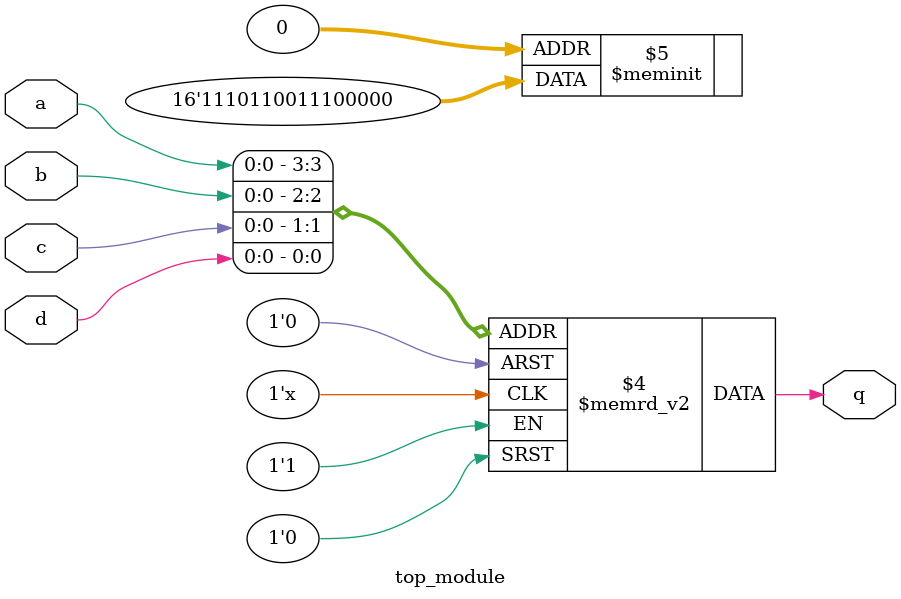
<source format=sv>
module top_module (
    input a, 
    input b, 
    input c, 
    input d,
    output reg q
);

always @(*) begin
    case ({a, b, c, d})
        4'b0000: q = 1'b0;
        4'b0001: q = 1'b0;
        4'b0010: q = 1'b0;
        4'b0011: q = 1'b0;
        4'b0100: q = 1'b0;
        4'b0101: q = 1'b1;
        4'b0110: q = 1'b1;
        4'b0111: q = 1'b1;
        4'b1000: q = 1'b0;
        4'b1001: q = 1'b0;
        4'b1010: q = 1'b1;
        4'b1011: q = 1'b1;
        4'b1100: q = 1'b0;
        4'b1101: q = 1'b1;
        4'b1110: q = 1'b1;
        4'b1111: q = 1'b1;
    endcase
end

endmodule

</source>
